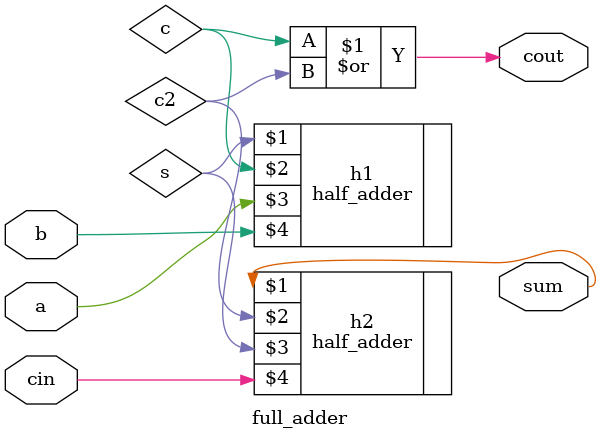
<source format=v>
module full_adder (sum, cout, a, b, cin);
    output sum, cout;
    input a, b, cin;
    wire s, c, c2;
    half_adder h1 (s, c, a, b);
    half_adder h2 (sum, c2, s, cin);
    or (cout, c, c2);
endmodule

</source>
